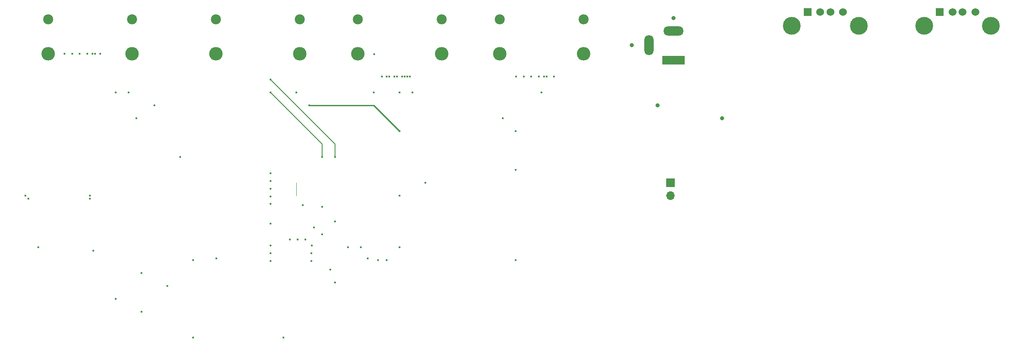
<source format=gbr>
%TF.GenerationSoftware,KiCad,Pcbnew,7.0.2*%
%TF.CreationDate,2023-08-06T23:13:36-03:00*%
%TF.ProjectId,KVM Project,4b564d20-5072-46f6-9a65-63742e6b6963,rev?*%
%TF.SameCoordinates,Original*%
%TF.FileFunction,Copper,L2,Inr*%
%TF.FilePolarity,Positive*%
%FSLAX46Y46*%
G04 Gerber Fmt 4.6, Leading zero omitted, Abs format (unit mm)*
G04 Created by KiCad (PCBNEW 7.0.2) date 2023-08-06 23:13:36*
%MOMM*%
%LPD*%
G01*
G04 APERTURE LIST*
%TA.AperFunction,ComponentPad*%
%ADD10R,1.700000X1.700000*%
%TD*%
%TA.AperFunction,ComponentPad*%
%ADD11O,1.700000X1.700000*%
%TD*%
%TA.AperFunction,ComponentPad*%
%ADD12R,4.400000X1.800000*%
%TD*%
%TA.AperFunction,ComponentPad*%
%ADD13O,4.000000X1.800000*%
%TD*%
%TA.AperFunction,ComponentPad*%
%ADD14O,1.800000X4.000000*%
%TD*%
%TA.AperFunction,ComponentPad*%
%ADD15C,2.660000*%
%TD*%
%TA.AperFunction,ComponentPad*%
%ADD16C,1.982000*%
%TD*%
%TA.AperFunction,ComponentPad*%
%ADD17R,1.524000X1.524000*%
%TD*%
%TA.AperFunction,ComponentPad*%
%ADD18C,1.524000*%
%TD*%
%TA.AperFunction,ComponentPad*%
%ADD19C,3.500000*%
%TD*%
%TA.AperFunction,ViaPad*%
%ADD20C,0.400000*%
%TD*%
%TA.AperFunction,ViaPad*%
%ADD21C,0.800000*%
%TD*%
%TA.AperFunction,Conductor*%
%ADD22C,0.000000*%
%TD*%
%TA.AperFunction,Conductor*%
%ADD23C,0.200000*%
%TD*%
%TA.AperFunction,Conductor*%
%ADD24C,0.250000*%
%TD*%
G04 APERTURE END LIST*
D10*
%TO.N,Net-(D13-A)*%
%TO.C,PWR1*%
X172720000Y-86360000D03*
D11*
%TO.N,GND*%
X172720000Y-88900000D03*
%TD*%
D12*
%TO.N,Net-(D11-A)*%
%TO.C,PWR2*%
X173320000Y-62230000D03*
D13*
%TO.N,GND*%
X173320000Y-56430000D03*
D14*
X168520000Y-59230000D03*
%TD*%
D15*
%TO.N,unconnected-(DP_IN1-PadMH1)*%
%TO.C,DP_IN1*%
X99690000Y-60900000D03*
D16*
%TO.N,unconnected-(DP_IN1-PadMH2)*%
X99690000Y-54120000D03*
%TO.N,unconnected-(DP_IN1-PadMH3)*%
X83190000Y-54120000D03*
D15*
%TO.N,unconnected-(DP_IN1-PadMH4)*%
X83190000Y-60900000D03*
%TD*%
%TO.N,unconnected-(DP_IN3-PadMH1)*%
%TO.C,DP_IN3*%
X155570000Y-60900000D03*
D16*
%TO.N,unconnected-(DP_IN3-PadMH2)*%
X155570000Y-54120000D03*
%TO.N,unconnected-(DP_IN3-PadMH3)*%
X139070000Y-54120000D03*
D15*
%TO.N,unconnected-(DP_IN3-PadMH4)*%
X139070000Y-60900000D03*
%TD*%
%TO.N,unconnected-(DP_IN2-PadMH1)*%
%TO.C,DP_IN2*%
X127630000Y-60900000D03*
D16*
%TO.N,unconnected-(DP_IN2-PadMH2)*%
X127630000Y-54120000D03*
%TO.N,unconnected-(DP_IN2-PadMH3)*%
X111130000Y-54120000D03*
D15*
%TO.N,unconnected-(DP_IN2-PadMH4)*%
X111130000Y-60900000D03*
%TD*%
%TO.N,unconnected-(DP_OUT1-PadMH1)*%
%TO.C,DP_OUT1*%
X66670000Y-60900000D03*
D16*
%TO.N,unconnected-(DP_OUT1-PadMH2)*%
X66670000Y-54120000D03*
%TO.N,unconnected-(DP_OUT1-PadMH3)*%
X50170000Y-54120000D03*
D15*
%TO.N,unconnected-(DP_OUT1-PadMH4)*%
X50170000Y-60900000D03*
%TD*%
D17*
%TO.N,unconnected-(USB_OUT1-VBUS-Pad1)*%
%TO.C,USB_OUT1*%
X199700000Y-52692500D03*
D18*
%TO.N,/USB Switch/OUTPUT_DATA-*%
X202200000Y-52692500D03*
%TO.N,/USB Switch/OUTPUT_DATA+*%
X204200000Y-52692500D03*
%TO.N,GND*%
X206700000Y-52692500D03*
D19*
X196630000Y-55402500D03*
X209770000Y-55402500D03*
%TD*%
D17*
%TO.N,unconnected-(USB_IN1-VBUS-Pad1)*%
%TO.C,USB_IN1*%
X225720000Y-52692500D03*
D18*
%TO.N,/USB Switch/INPUT_DATA-*%
X228220000Y-52692500D03*
%TO.N,/USB Switch/INPUT_DATA+*%
X230220000Y-52692500D03*
%TO.N,GND*%
X232720000Y-52692500D03*
D19*
X222650000Y-55402500D03*
X235790000Y-55402500D03*
%TD*%
D20*
%TO.N,+3.3V*%
X93980000Y-84472608D03*
X99060000Y-68580000D03*
D21*
X182880000Y-73660000D03*
D20*
X99060000Y-68580000D03*
X99060000Y-68580000D03*
X102532886Y-95124575D03*
X93980000Y-90505000D03*
X99060000Y-68580000D03*
X93980000Y-94331961D03*
X99060000Y-68580000D03*
%TO.N,GND*%
X100315051Y-90754502D03*
X143820000Y-65420000D03*
X102059502Y-100205000D03*
X56420000Y-60960000D03*
X58920000Y-60960000D03*
X97811246Y-97520000D03*
X53420000Y-60960000D03*
X60420000Y-60960000D03*
X115880000Y-65420000D03*
D21*
X165100000Y-59230000D03*
D20*
X102059502Y-101705000D03*
X121380000Y-65420000D03*
X59420000Y-60960000D03*
X142320000Y-65420000D03*
X100810000Y-97520000D03*
X54920000Y-60960000D03*
X93980000Y-89004500D03*
X147820000Y-65420000D03*
X102070079Y-98705000D03*
D21*
X170180000Y-71120000D03*
D20*
X93980000Y-87505000D03*
X57920000Y-60960000D03*
X117380000Y-65420000D03*
X99310000Y-97520000D03*
X93980000Y-86005500D03*
X146820000Y-65420000D03*
X119880000Y-65420000D03*
D21*
X173320000Y-53940000D03*
D20*
X118880000Y-65420000D03*
X93980000Y-98705500D03*
X93980000Y-101705000D03*
X114380000Y-61040000D03*
X120380000Y-65420000D03*
X93980000Y-100204500D03*
X145320000Y-65420000D03*
X148320000Y-65420000D03*
%TO.N,/Display_1/DPIN1_AUX+*%
X93980000Y-68580000D03*
X104140000Y-81280000D03*
%TO.N,/Display_1/DPIN1_AUX-*%
X93980000Y-66040000D03*
X106680000Y-81280000D03*
%TO.N,/Display_1/DPIN1_HPD*%
X119380000Y-76200000D03*
X101600000Y-71120000D03*
%TO.N,/Display_1/DPIN2_D2+*%
X116840000Y-65420000D03*
X114300000Y-68580000D03*
%TO.N,/Display_1/DPIN2_D3+*%
X118380000Y-65420000D03*
X119380000Y-68580000D03*
%TO.N,/Display_1/DPIN2_AUX+*%
X121920000Y-68580000D03*
X120880000Y-65420000D03*
%TO.N,/Display_1/DPIN3_D1+*%
X119380000Y-88900000D03*
X109220000Y-99005500D03*
%TO.N,/Display_1/DPIN3_D1-*%
X124460000Y-86360000D03*
X111760000Y-99060000D03*
%TO.N,/Display_1/DPIN3_D2+*%
X139700000Y-73660000D03*
X113075997Y-101205000D03*
%TO.N,/Display_1/DPIN3_D2-*%
X119380000Y-99060000D03*
X142240000Y-76200000D03*
%TO.N,/Display_1/DPIN3_D3+*%
X116840000Y-101600000D03*
X142240000Y-83820000D03*
%TO.N,/Display_1/DPIN3_D3-*%
X115130097Y-101599404D03*
X147320000Y-68580000D03*
%TO.N,/Display_1/DPIN3_AUX-*%
X149795500Y-65420000D03*
X142240000Y-101600000D03*
%TO.N,/Display_1/DPOUT_D0+*%
X45720000Y-88900000D03*
X58420000Y-88900000D03*
%TO.N,/Display_1/DPOUT_D0-*%
X46320500Y-89479321D03*
X58420000Y-89499503D03*
%TO.N,/Display_1/DPOUT_D1-*%
X48260000Y-99060000D03*
X59065000Y-99705000D03*
%TO.N,/Display_1/DPOUT_D2-*%
X78740000Y-101600000D03*
X83343573Y-101204500D03*
%TO.N,/Display_1/DPOUT_D3+*%
X68580000Y-104140000D03*
X67590498Y-73652950D03*
%TO.N,/Display_1/DPOUT_D3-*%
X71120000Y-71120000D03*
X73660000Y-106680000D03*
%TO.N,/Display_1/DPOUT_AUX+*%
X63500000Y-68580000D03*
X63500000Y-109220000D03*
%TO.N,/Display_1/DPOUT_AUX-*%
X68580000Y-111760000D03*
X66040000Y-68580000D03*
%TO.N,/Display_1/DPOUT_HPD*%
X78740000Y-116840000D03*
X76200000Y-81280000D03*
%TO.N,Net-(S1-AUX_C+)*%
X105745000Y-103404500D03*
X104140000Y-96520000D03*
%TO.N,Net-(S1-AUX_C-)*%
X106680000Y-93980000D03*
X106680000Y-105980500D03*
%TO.N,Net-(S1-HPD_C)*%
X96520000Y-116840000D03*
X104140000Y-91029500D03*
%TD*%
D22*
%TO.N,*%
X99060000Y-88900000D02*
X99060000Y-86360000D01*
D23*
%TO.N,/Display_1/DPIN1_AUX+*%
X104140000Y-81280000D02*
X104140000Y-78740000D01*
X104140000Y-78740000D02*
X93980000Y-68580000D01*
%TO.N,/Display_1/DPIN1_AUX-*%
X106680000Y-78740000D02*
X93980000Y-66040000D01*
X106680000Y-81280000D02*
X106680000Y-78740000D01*
D24*
%TO.N,/Display_1/DPIN1_HPD*%
X114300000Y-71120000D02*
X101600000Y-71120000D01*
X119380000Y-76200000D02*
X114300000Y-71120000D01*
%TD*%
M02*

</source>
